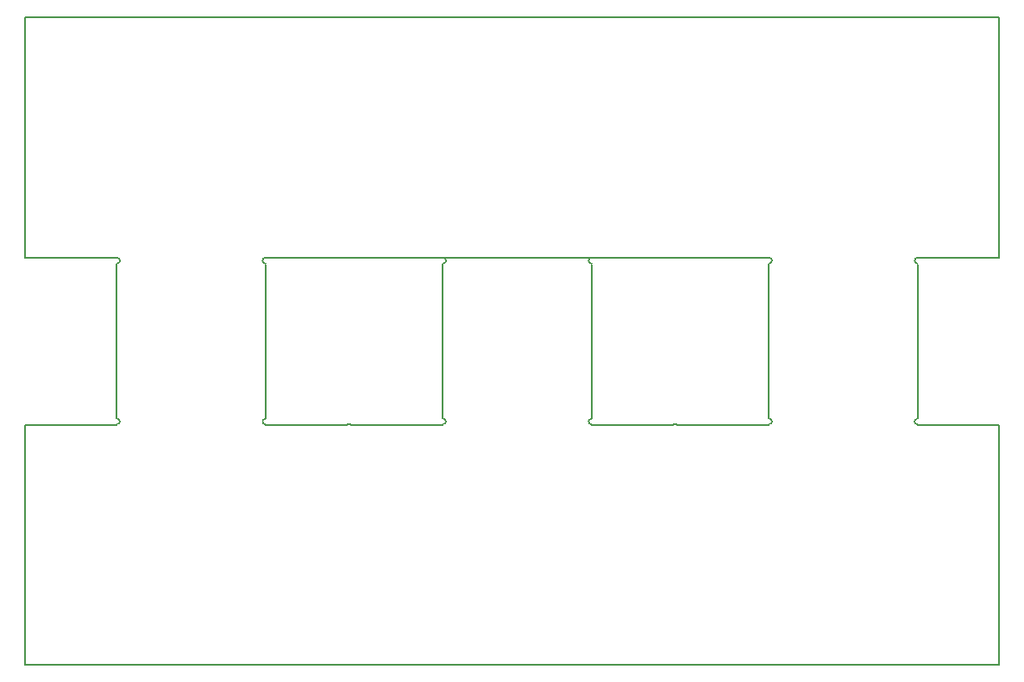
<source format=gbr>
G04 #@! TF.FileFunction,Profile,NP*
%FSLAX46Y46*%
G04 Gerber Fmt 4.6, Leading zero omitted, Abs format (unit mm)*
G04 Created by KiCad (PCBNEW 4.0.2-4+6225~38~ubuntu15.04.1-stable) date 2016年04月18日 00時15分29秒*
%MOMM*%
G01*
G04 APERTURE LIST*
%ADD10C,0.100000*%
%ADD11C,0.150000*%
G04 APERTURE END LIST*
D10*
D11*
X119000000Y-121100000D02*
X119400000Y-121100000D01*
X151000000Y-121100000D02*
X151400000Y-121100000D01*
X151000000Y-97500000D02*
X151400000Y-97500000D01*
X119000000Y-97500000D02*
X119400000Y-97500000D01*
X119000000Y-81100000D02*
X119400000Y-81100000D01*
X151400000Y-81100000D02*
X119000000Y-81100000D01*
X151000000Y-81100000D02*
X151400000Y-81100000D01*
X151000000Y-57500000D02*
X151400000Y-57500000D01*
X119000000Y-57500000D02*
X119400000Y-57500000D01*
X111000000Y-81800000D02*
X111000000Y-96900000D01*
X96400000Y-81700000D02*
X96400000Y-96900000D01*
X111000000Y-96900000D02*
G75*
G03X111000000Y-97500000I0J-300000D01*
G01*
X96400000Y-97500000D02*
G75*
G03X96400000Y-96900000I0J300000D01*
G01*
X111000000Y-81100000D02*
G75*
G03X111000000Y-81700000I0J-300000D01*
G01*
X96400000Y-81700000D02*
G75*
G03X96400000Y-81100000I0J300000D01*
G01*
X111000000Y-81108000D02*
X119000000Y-81108000D01*
X119000000Y-97508000D02*
X111000000Y-97508000D01*
X87400000Y-121108000D02*
X119000000Y-121108000D01*
X87400000Y-97508000D02*
X87400000Y-121108000D01*
X96400000Y-97508000D02*
X87400000Y-97508000D01*
X87400000Y-81108000D02*
X96400000Y-81108000D01*
X87400000Y-57508000D02*
X87400000Y-81108000D01*
X119000000Y-57508000D02*
X87400000Y-57508000D01*
X143000000Y-81800000D02*
X143000000Y-96900000D01*
X128400000Y-81700000D02*
X128400000Y-96900000D01*
X143000000Y-96900000D02*
G75*
G03X143000000Y-97500000I0J-300000D01*
G01*
X128400000Y-97500000D02*
G75*
G03X128400000Y-96900000I0J300000D01*
G01*
X143000000Y-81100000D02*
G75*
G03X143000000Y-81700000I0J-300000D01*
G01*
X128400000Y-81700000D02*
G75*
G03X128400000Y-81100000I0J300000D01*
G01*
X143000000Y-81108000D02*
X151000000Y-81108000D01*
X151000000Y-97508000D02*
X143000000Y-97508000D01*
X119400000Y-121108000D02*
X151000000Y-121108000D01*
X128400000Y-97508000D02*
X119400000Y-97508000D01*
X119400000Y-81108000D02*
X128400000Y-81108000D01*
X151000000Y-57508000D02*
X119400000Y-57508000D01*
X175000000Y-81800000D02*
X175000000Y-96900000D01*
X160400000Y-81700000D02*
X160400000Y-96900000D01*
X175000000Y-96900000D02*
G75*
G03X175000000Y-97500000I0J-300000D01*
G01*
X160400000Y-97500000D02*
G75*
G03X160400000Y-96900000I0J300000D01*
G01*
X175000000Y-81100000D02*
G75*
G03X175000000Y-81700000I0J-300000D01*
G01*
X160400000Y-81700000D02*
G75*
G03X160400000Y-81100000I0J300000D01*
G01*
X183000000Y-81108000D02*
X183000000Y-57508000D01*
X175000000Y-81108000D02*
X183000000Y-81108000D01*
X183000000Y-97508000D02*
X175000000Y-97508000D01*
X183000000Y-121108000D02*
X183000000Y-97508000D01*
X151400000Y-121108000D02*
X183000000Y-121108000D01*
X160400000Y-97508000D02*
X151400000Y-97508000D01*
X151400000Y-81108000D02*
X160400000Y-81108000D01*
X183000000Y-57508000D02*
X151400000Y-57508000D01*
M02*

</source>
